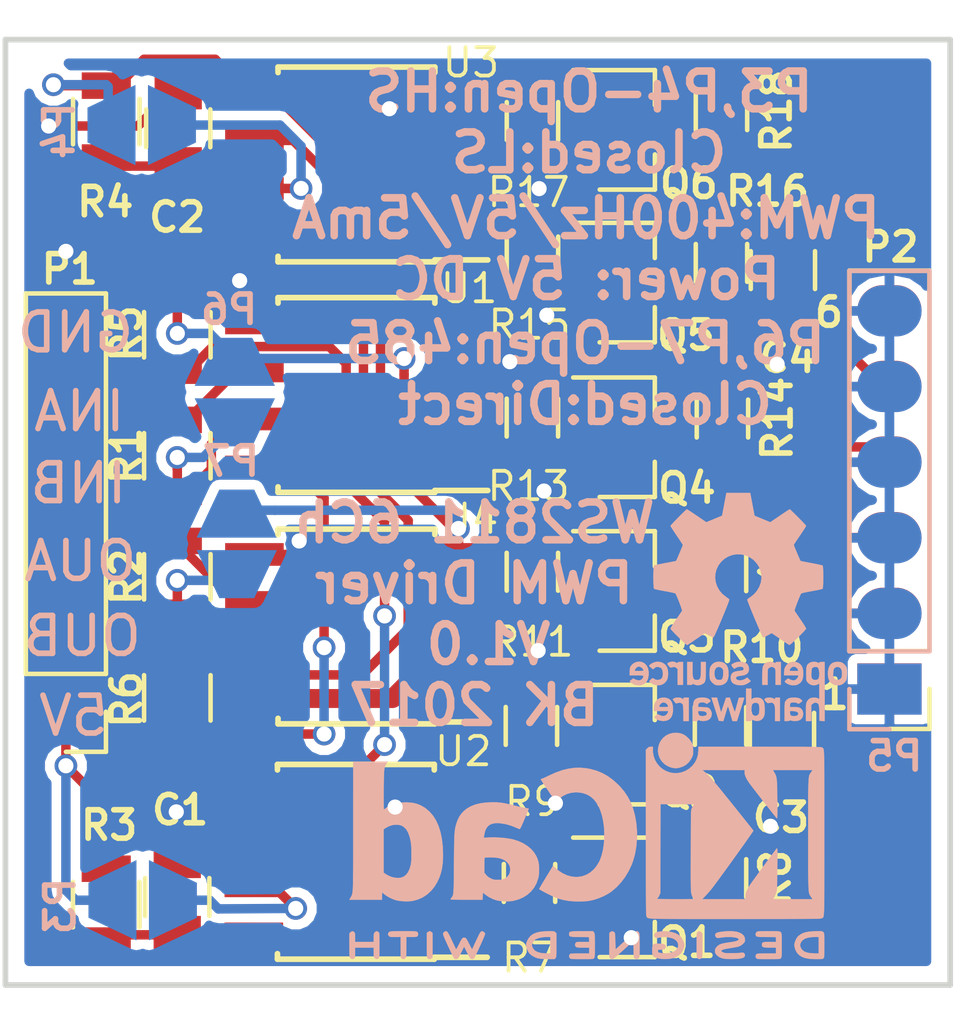
<source format=kicad_pcb>
(kicad_pcb (version 4) (host pcbnew 4.0.2-stable)
  (layers (0 F.Cu signal) (31 B.Cu signal) (34 B.Paste user) (35 F.Paste user) (36 B.SilkS user) (37 F.SilkS user) (38 B.Mask user) (39 F.Mask user) (44 Edge.Cuts user))
  (net 0 "")
  (net 1 "Net-(C1-Pad1)")
  (net 2 GND)
  (net 3 "Net-(C2-Pad1)")
  (net 4 +5V)
  (net 5 /INB)
  (net 6 /INA)
  (net 7 /OUTB)
  (net 8 /OUTA)
  (net 9 /PWM1)
  (net 10 /PWM2)
  (net 11 /PWM3)
  (net 12 /PWM4)
  (net 13 /PWM5)
  (net 14 /PWM6)
  (net 15 "Net-(P3-Pad2)")
  (net 16 "Net-(P4-Pad2)")
  (net 17 /DI1)
  (net 18 /DI3)
  (net 19 "Net-(R5-Pad1)")
  (net 20 "Net-(R6-Pad1)")
  (net 21 /DI2)
  (net 22 /Out1)
  (net 23 /Out2)
  (net 24 /Out3)
  (net 25 /Out4)
  (net 26 /Out5)
  (net 27 /Out6)
  (module WS2811_PWM_PCB:SOT-23 (layer F.Cu) (at 116.4242 114.5794)
    (fp_text reference Q3 (at 1.6096 1.2192) (layer F.SilkS) (effects (font (size 0.75 0.75))))
    (fp_text value MMBT4401)
    (pad 1 smd rect (at -1 -0.95) (size 0.9 0.8) (layers F.Cu F.Paste F.Mask) (net 24 /Out3))
    (pad 2 smd rect (at -1 0.95) (size 0.9 0.8) (layers F.Cu F.Paste F.Mask) (net 2 GND))
    (pad 3 smd rect (at 1 0) (size 0.9 0.8) (layers F.Cu F.Paste F.Mask) (net 11 /PWM3))
  )
  (module Capacitors_SMD:C_0805 (layer F.Cu) (at 104.5464 122.6726 90)
    (fp_text reference C1 (at 2.302 0.0762 180) (layer F.SilkS) (effects (font (size 0.75 0.75))))
    (fp_text value 10n)
    (pad 1 smd rect (at -1 0 90) (size 1 1.25) (layers F.Cu F.Paste F.Mask) (net 1 "Net-(C1-Pad1)"))
    (pad 2 smd rect (at 1 0 90) (size 1 1.25) (layers F.Cu F.Paste F.Mask) (net 2 GND))
  )
  (module Capacitors_SMD:C_0805 (layer F.Cu) (at 104.5718 102.346 90)
    (fp_text reference C2 (at -2.3528 -0.0254 180) (layer F.SilkS) (effects (font (size 0.75 0.75))))
    (fp_text value 10n)
    (pad 1 smd rect (at -1 0 90) (size 1 1.25) (layers F.Cu F.Paste F.Mask) (net 3 "Net-(C2-Pad1)"))
    (pad 2 smd rect (at 1 0 90) (size 1 1.25) (layers F.Cu F.Paste F.Mask) (net 2 GND))
  )
  (module "PCB FootPrints:Pin_Header_Straight_1x06_Pitch2.00mm" (layer F.Cu) (at 101.6 117.7732 180)
    (fp_text reference P1 (at -0.1016 11.7028 180) (layer F.SilkS) (effects (font (size 0.75 0.75))))
    (fp_text value Com)
    (pad 1 smd rect (at 0 0 180) (size 1.7 1.35) (layers F.Cu F.Paste F.Mask) (net 4 +5V))
    (pad 2 smd oval (at 0 2 180) (size 1.7 1.35) (layers F.Cu F.Paste F.Mask) (net 7 /OUTB))
    (pad 3 smd oval (at 0 4 180) (size 1.7 1.35) (layers F.Cu F.Paste F.Mask) (net 8 /OUTA))
    (pad 4 smd oval (at 0 6 180) (size 1.7 1.35) (layers F.Cu F.Paste F.Mask) (net 5 /INB))
    (pad 5 smd oval (at 0 8 180) (size 1.7 1.35) (layers F.Cu F.Paste F.Mask) (net 6 /INA))
    (pad 6 smd oval (at 0 10 180) (size 1.7 1.35) (layers F.Cu F.Paste F.Mask) (net 2 GND))
  )
  (module "PCB FootPrints:Pin_Header_Straight_1x06_Pitch2.00mm" (layer F.Cu) (at 123.3932 117.1692 180)
    (fp_text reference P2 (at -0.0254 11.683 180) (layer F.SilkS) (effects (font (size 0.75 0.75))))
    (fp_text value PWM)
    (pad 1 smd rect (at 0 0 180) (size 1.7 1.35) (layers F.Cu F.Paste F.Mask) (net 9 /PWM1))
    (pad 2 smd oval (at 0 2 180) (size 1.7 1.35) (layers F.Cu F.Paste F.Mask) (net 10 /PWM2))
    (pad 3 smd oval (at 0 4 180) (size 1.7 1.35) (layers F.Cu F.Paste F.Mask) (net 11 /PWM3))
    (pad 4 smd oval (at 0 6 180) (size 1.7 1.35) (layers F.Cu F.Paste F.Mask) (net 12 /PWM4))
    (pad 5 smd oval (at 0 8 180) (size 1.7 1.35) (layers F.Cu F.Paste F.Mask) (net 13 /PWM5))
    (pad 6 smd oval (at 0 10 180) (size 1.7 1.35) (layers F.Cu F.Paste F.Mask) (net 14 /PWM6))
  )
  (module "PCB FootPrints:Pin_Header_Straight_1x06_Pitch2.00mm" (layer B.Cu) (at 123.3932 117.1758)
    (fp_text reference P5 (at 0.127 1.7724) (layer B.SilkS) (effects (font (size 0.75 0.75)) (justify mirror)))
    (fp_text value GND)
    (pad 1 smd rect (at 0 0) (size 1.7 1.35) (layers B.Cu B.Paste B.Mask) (net 2 GND))
    (pad 2 smd oval (at 0 -2) (size 1.7 1.35) (layers B.Cu B.Paste B.Mask) (net 2 GND))
    (pad 3 smd oval (at 0 -4) (size 1.7 1.35) (layers B.Cu B.Paste B.Mask) (net 2 GND))
    (pad 4 smd oval (at 0 -6) (size 1.7 1.35) (layers B.Cu B.Paste B.Mask) (net 2 GND))
    (pad 5 smd oval (at 0 -8) (size 1.7 1.35) (layers B.Cu B.Paste B.Mask) (net 2 GND))
    (pad 6 smd oval (at 0 -10) (size 1.7 1.35) (layers B.Cu B.Paste B.Mask) (net 2 GND))
  )
  (module Resistors_SMD:R_0805 (layer F.Cu) (at 104.5484 111.0064 90)
    (fp_text reference R1 (at 0 -1.3482 90) (layer F.SilkS) (effects (font (size 0.75 0.75))))
    (fp_text value 120)
    (pad 1 smd rect (at -0.95 0 90) (size 0.7 1.3) (layers F.Cu F.Paste F.Mask) (net 5 /INB))
    (pad 2 smd rect (at 0.95 0 90) (size 0.7 1.3) (layers F.Cu F.Paste F.Mask) (net 6 /INA))
  )
  (module Resistors_SMD:R_0805 (layer F.Cu) (at 104.5484 114.2068 90)
    (fp_text reference R2 (at 0 -1.3482 90) (layer F.SilkS) (effects (font (size 0.75 0.75))))
    (fp_text value 120)
    (pad 1 smd rect (at -0.95 0 90) (size 0.7 1.3) (layers F.Cu F.Paste F.Mask) (net 7 /OUTB))
    (pad 2 smd rect (at 0.95 0 90) (size 0.7 1.3) (layers F.Cu F.Paste F.Mask) (net 8 /OUTA))
  )
  (module Resistors_SMD:R_0805 (layer F.Cu) (at 102.6668 122.875 270)
    (fp_text reference R3 (at -2.098 -0.0762 360) (layer F.SilkS) (effects (font (size 0.75 0.75))))
    (fp_text value 100)
    (pad 1 smd rect (at -0.95 0 270) (size 0.7 1.3) (layers F.Cu F.Paste F.Mask) (net 4 +5V))
    (pad 2 smd rect (at 0.95 0 270) (size 0.7 1.3) (layers F.Cu F.Paste F.Mask) (net 1 "Net-(C1-Pad1)"))
  )
  (module Resistors_SMD:R_0805 (layer F.Cu) (at 102.6688 102.169 270)
    (fp_text reference R4 (at 2.1234 0.0274 360) (layer F.SilkS) (effects (font (size 0.75 0.75))))
    (fp_text value 100)
    (pad 1 smd rect (at -0.95 0 270) (size 0.7 1.3) (layers F.Cu F.Paste F.Mask) (net 4 +5V))
    (pad 2 smd rect (at 0.95 0 270) (size 0.7 1.3) (layers F.Cu F.Paste F.Mask) (net 3 "Net-(C2-Pad1)"))
  )
  (module Resistors_SMD:R_0805 (layer F.Cu) (at 104.5484 107.806 90)
    (fp_text reference R5 (at 0.0338 -1.3482 90) (layer F.SilkS) (effects (font (size 0.75 0.75))))
    (fp_text value 33)
    (pad 1 smd rect (at -0.95 0 90) (size 0.7 1.3) (layers F.Cu F.Paste F.Mask) (net 19 "Net-(R5-Pad1)"))
    (pad 2 smd rect (at 0.95 0 90) (size 0.7 1.3) (layers F.Cu F.Paste F.Mask) (net 17 /DI1))
  )
  (module Resistors_SMD:R_0805 (layer F.Cu) (at 104.5484 117.4072 270)
    (fp_text reference R6 (at 0.0424 1.3482 270) (layer F.SilkS) (effects (font (size 0.75 0.75))))
    (fp_text value 33)
    (pad 1 smd rect (at -0.95 0 270) (size 0.7 1.3) (layers F.Cu F.Paste F.Mask) (net 20 "Net-(R6-Pad1)"))
    (pad 2 smd rect (at 0.95 0 270) (size 0.7 1.3) (layers F.Cu F.Paste F.Mask) (net 21 /DI2))
  )
  (module Housings_SOIC:SOIC-8_3.9x4.9mm_Pitch1.27mm (layer F.Cu) (at 109.2886 109.3978 180)
    (fp_text reference U1 (at -2.9794 2.8194 180) (layer F.SilkS) (effects (font (size 0.75 0.75) (thickness 0.1))))
    (fp_text value SP485)
    (pad 1 smd rect (at -2.7 -1.905 180) (size 1.55 0.6) (layers F.Cu F.Paste F.Mask) (net 17 /DI1))
    (pad 2 smd rect (at -2.7 -0.635 180) (size 1.55 0.6) (layers F.Cu F.Paste F.Mask) (net 2 GND))
    (pad 3 smd rect (at -2.7 0.635 180) (size 1.55 0.6) (layers F.Cu F.Paste F.Mask) (net 2 GND))
    (pad 4 smd rect (at -2.7 1.905 180) (size 1.55 0.6) (layers F.Cu F.Paste F.Mask))
    (pad 5 smd rect (at 2.7 1.905 180) (size 1.55 0.6) (layers F.Cu F.Paste F.Mask) (net 2 GND))
    (pad 6 smd rect (at 2.7 0.635 180) (size 1.55 0.6) (layers F.Cu F.Paste F.Mask) (net 6 /INA))
    (pad 7 smd rect (at 2.7 -0.635 180) (size 1.55 0.6) (layers F.Cu F.Paste F.Mask) (net 5 /INB))
    (pad 8 smd rect (at 2.7 -1.905 180) (size 1.55 0.6) (layers F.Cu F.Paste F.Mask) (net 4 +5V))
  )
  (module Housings_SOIC:SOIC-8_3.9x4.9mm_Pitch1.27mm (layer F.Cu) (at 109.2728 121.7422 180)
    (fp_text reference U2 (at -2.8428 2.921 180) (layer F.SilkS) (effects (font (size 0.75 0.75) (thickness 0.1))))
    (fp_text value WS2811)
    (pad 1 smd rect (at -2.7 -1.905 180) (size 1.55 0.6) (layers F.Cu F.Paste F.Mask) (net 22 /Out1))
    (pad 2 smd rect (at -2.7 -0.635 180) (size 1.55 0.6) (layers F.Cu F.Paste F.Mask) (net 23 /Out2))
    (pad 3 smd rect (at -2.7 0.635 180) (size 1.55 0.6) (layers F.Cu F.Paste F.Mask) (net 24 /Out3))
    (pad 4 smd rect (at -2.7 1.905 180) (size 1.55 0.6) (layers F.Cu F.Paste F.Mask) (net 2 GND))
    (pad 5 smd rect (at 2.7 1.905 180) (size 1.55 0.6) (layers F.Cu F.Paste F.Mask) (net 21 /DI2))
    (pad 6 smd rect (at 2.7 0.635 180) (size 1.55 0.6) (layers F.Cu F.Paste F.Mask) (net 19 "Net-(R5-Pad1)"))
    (pad 7 smd rect (at 2.7 -0.635 180) (size 1.55 0.6) (layers F.Cu F.Paste F.Mask) (net 15 "Net-(P3-Pad2)"))
    (pad 8 smd rect (at 2.7 -1.905 180) (size 1.55 0.6) (layers F.Cu F.Paste F.Mask) (net 1 "Net-(C1-Pad1)"))
  )
  (module Housings_SOIC:SOIC-8_3.9x4.9mm_Pitch1.27mm (layer F.Cu) (at 109.2886 103.3018 180)
    (fp_text reference U3 (at -3.0302 2.6924 180) (layer F.SilkS) (effects (font (size 0.75 0.75) (thickness 0.1))))
    (fp_text value WS2811)
    (pad 1 smd rect (at -2.7 -1.905 180) (size 1.55 0.6) (layers F.Cu F.Paste F.Mask) (net 25 /Out4))
    (pad 2 smd rect (at -2.7 -0.635 180) (size 1.55 0.6) (layers F.Cu F.Paste F.Mask) (net 26 /Out5))
    (pad 3 smd rect (at -2.7 0.635 180) (size 1.55 0.6) (layers F.Cu F.Paste F.Mask) (net 27 /Out6))
    (pad 4 smd rect (at -2.7 1.905 180) (size 1.55 0.6) (layers F.Cu F.Paste F.Mask) (net 2 GND))
    (pad 5 smd rect (at 2.7 1.905 180) (size 1.55 0.6) (layers F.Cu F.Paste F.Mask) (net 18 /DI3))
    (pad 6 smd rect (at 2.7 0.635 180) (size 1.55 0.6) (layers F.Cu F.Paste F.Mask) (net 20 "Net-(R6-Pad1)"))
    (pad 7 smd rect (at 2.7 -0.635 180) (size 1.55 0.6) (layers F.Cu F.Paste F.Mask) (net 16 "Net-(P4-Pad2)"))
    (pad 8 smd rect (at 2.7 -1.905 180) (size 1.55 0.6) (layers F.Cu F.Paste F.Mask) (net 3 "Net-(C2-Pad1)"))
  )
  (module Housings_SOIC:SOIC-8_3.9x4.9mm_Pitch1.27mm (layer F.Cu) (at 109.2886 115.5192 180)
    (fp_text reference U4 (at -3.0048 2.8448 180) (layer F.SilkS) (effects (font (size 0.75 0.75) (thickness 0.1))))
    (fp_text value SP485)
    (pad 1 smd rect (at -2.7 -1.905 180) (size 1.55 0.6) (layers F.Cu F.Paste F.Mask))
    (pad 2 smd rect (at -2.7 -0.635 180) (size 1.55 0.6) (layers F.Cu F.Paste F.Mask) (net 4 +5V))
    (pad 3 smd rect (at -2.7 0.635 180) (size 1.55 0.6) (layers F.Cu F.Paste F.Mask) (net 4 +5V))
    (pad 4 smd rect (at -2.7 1.905 180) (size 1.55 0.6) (layers F.Cu F.Paste F.Mask) (net 18 /DI3))
    (pad 5 smd rect (at 2.7 1.905 180) (size 1.55 0.6) (layers F.Cu F.Paste F.Mask) (net 2 GND))
    (pad 6 smd rect (at 2.7 0.635 180) (size 1.55 0.6) (layers F.Cu F.Paste F.Mask) (net 8 /OUTA))
    (pad 7 smd rect (at 2.7 -0.635 180) (size 1.55 0.6) (layers F.Cu F.Paste F.Mask) (net 7 /OUTB))
    (pad 8 smd rect (at 2.7 -1.905 180) (size 1.55 0.6) (layers F.Cu F.Paste F.Mask) (net 4 +5V))
  )
  (module WS2811_PWM_PCB:SOT-23 (layer F.Cu) (at 116.4242 122.682)
    (fp_text reference Q1 (at 1.6096 1.1938) (layer F.SilkS) (effects (font (size 0.75 0.75))))
    (fp_text value MMBT4401)
    (pad 1 smd rect (at -1 -0.95) (size 0.9 0.8) (layers F.Cu F.Paste F.Mask) (net 22 /Out1))
    (pad 2 smd rect (at -1 0.95) (size 0.9 0.8) (layers F.Cu F.Paste F.Mask) (net 2 GND))
    (pad 3 smd rect (at 1 0) (size 0.9 0.8) (layers F.Cu F.Paste F.Mask) (net 9 /PWM1))
  )
  (module WS2811_PWM_PCB:SOT-23 (layer F.Cu) (at 116.4242 118.6434)
    (fp_text reference Q2 (at 1.6604 1.2446) (layer F.SilkS) (effects (font (size 0.75 0.75))))
    (fp_text value MMBT4401)
    (pad 1 smd rect (at -1 -0.95) (size 0.9 0.8) (layers F.Cu F.Paste F.Mask) (net 23 /Out2))
    (pad 2 smd rect (at -1 0.95) (size 0.9 0.8) (layers F.Cu F.Paste F.Mask) (net 2 GND))
    (pad 3 smd rect (at 1 0) (size 0.9 0.8) (layers F.Cu F.Paste F.Mask) (net 10 /PWM2))
  )
  (module WS2811_PWM_PCB:SOT-23 (layer F.Cu) (at 116.4242 110.5154)
    (fp_text reference Q4 (at 1.6096 1.3462) (layer F.SilkS) (effects (font (size 0.75 0.75))))
    (fp_text value MMBT4401)
    (pad 1 smd rect (at -1 -0.95) (size 0.9 0.8) (layers F.Cu F.Paste F.Mask) (net 25 /Out4))
    (pad 2 smd rect (at -1 0.95) (size 0.9 0.8) (layers F.Cu F.Paste F.Mask) (net 2 GND))
    (pad 3 smd rect (at 1 0) (size 0.9 0.8) (layers F.Cu F.Paste F.Mask) (net 12 /PWM4))
  )
  (module WS2811_PWM_PCB:SOT-23 (layer F.Cu) (at 116.4242 106.426)
    (fp_text reference Q5 (at 1.5842 1.397) (layer F.SilkS) (effects (font (size 0.75 0.75))))
    (fp_text value MMBT4401)
    (pad 1 smd rect (at -1 -0.95) (size 0.9 0.8) (layers F.Cu F.Paste F.Mask) (net 26 /Out5))
    (pad 2 smd rect (at -1 0.95) (size 0.9 0.8) (layers F.Cu F.Paste F.Mask) (net 2 GND))
    (pad 3 smd rect (at 1 0) (size 0.9 0.8) (layers F.Cu F.Paste F.Mask) (net 13 /PWM5))
  )
  (module WS2811_PWM_PCB:SOT-23 (layer F.Cu) (at 116.4262 102.3874)
    (fp_text reference Q6 (at 1.6584 1.4224) (layer F.SilkS) (effects (font (size 0.75 0.75))))
    (fp_text value MMBT4401)
    (pad 1 smd rect (at -1 -0.95) (size 0.9 0.8) (layers F.Cu F.Paste F.Mask) (net 27 /Out6))
    (pad 2 smd rect (at -1 0.95) (size 0.9 0.8) (layers F.Cu F.Paste F.Mask) (net 2 GND))
    (pad 3 smd rect (at 1 0) (size 0.9 0.8) (layers F.Cu F.Paste F.Mask) (net 14 /PWM6))
  )
  (module Resistors_SMD:R_0603 (layer F.Cu) (at 113.8682 122.301 270)
    (fp_text reference R7 (at 1.9812 0 360) (layer F.SilkS) (effects (font (size 0.75 0.75) (thickness 0.1))))
    (fp_text value 4K7)
    (pad 1 smd rect (at -0.75 0 270) (size 0.5 0.9) (layers F.Cu F.Paste F.Mask) (net 4 +5V))
    (pad 2 smd rect (at 0.75 0 270) (size 0.5 0.9) (layers F.Cu F.Paste F.Mask) (net 22 /Out1))
  )
  (module Resistors_SMD:R_0603 (layer F.Cu) (at 118.9228 122.174 270)
    (fp_text reference R8 (at 0 -1.45 270) (layer F.SilkS) (effects (font (size 0.75 0.75))))
    (fp_text value 510)
    (pad 1 smd rect (at -0.75 0 270) (size 0.5 0.9) (layers F.Cu F.Paste F.Mask) (net 4 +5V))
    (pad 2 smd rect (at 0.75 0 270) (size 0.5 0.9) (layers F.Cu F.Paste F.Mask) (net 9 /PWM1))
  )
  (module Resistors_SMD:R_0603 (layer F.Cu) (at 113.919 118.1488 270)
    (fp_text reference R9 (at 1.9932 -0.0254 360) (layer F.SilkS) (effects (font (size 0.75 0.75) (thickness 0.1))))
    (fp_text value 4K7)
    (pad 1 smd rect (at -0.75 0 270) (size 0.5 0.9) (layers F.Cu F.Paste F.Mask) (net 4 +5V))
    (pad 2 smd rect (at 0.75 0 270) (size 0.5 0.9) (layers F.Cu F.Paste F.Mask) (net 23 /Out2))
  )
  (module Resistors_SMD:R_0603 (layer F.Cu) (at 118.9228 118.1488 270)
    (fp_text reference R10 (at -2.0708 -1.0922 360) (layer F.SilkS) (effects (font (size 0.75 0.75))))
    (fp_text value 510)
    (pad 1 smd rect (at -0.75 0 270) (size 0.5 0.9) (layers F.Cu F.Paste F.Mask) (net 4 +5V))
    (pad 2 smd rect (at 0.75 0 270) (size 0.5 0.9) (layers F.Cu F.Paste F.Mask) (net 10 /PWM2))
  )
  (module Resistors_SMD:R_0603 (layer F.Cu) (at 113.9444 114.0714 270)
    (fp_text reference R11 (at 1.8542 0 360) (layer F.SilkS) (effects (font (size 0.75 0.75) (thickness 0.1))))
    (fp_text value 4K7)
    (pad 1 smd rect (at -0.75 0 270) (size 0.5 0.9) (layers F.Cu F.Paste F.Mask) (net 4 +5V))
    (pad 2 smd rect (at 0.75 0 270) (size 0.5 0.9) (layers F.Cu F.Paste F.Mask) (net 24 /Out3))
  )
  (module Resistors_SMD:R_0603 (layer F.Cu) (at 118.9228 114.0834 270)
    (fp_text reference R12 (at 0 -1.45 270) (layer F.SilkS) (effects (font (size 0.75 0.75))))
    (fp_text value 510)
    (pad 1 smd rect (at -0.75 0 270) (size 0.5 0.9) (layers F.Cu F.Paste F.Mask) (net 4 +5V))
    (pad 2 smd rect (at 0.75 0 270) (size 0.5 0.9) (layers F.Cu F.Paste F.Mask) (net 11 /PWM3))
  )
  (module Resistors_SMD:R_0603 (layer F.Cu) (at 113.9444 109.9954 270)
    (fp_text reference R13 (at 1.8154 0.1016 360) (layer F.SilkS) (effects (font (size 0.75 0.75) (thickness 0.1))))
    (fp_text value 4K7)
    (pad 1 smd rect (at -0.75 0 270) (size 0.5 0.9) (layers F.Cu F.Paste F.Mask) (net 4 +5V))
    (pad 2 smd rect (at 0.75 0 270) (size 0.5 0.9) (layers F.Cu F.Paste F.Mask) (net 25 /Out4))
  )
  (module Resistors_SMD:R_0603 (layer F.Cu) (at 118.9736 110.0208 270)
    (fp_text reference R14 (at 0 -1.45 270) (layer F.SilkS) (effects (font (size 0.75 0.75))))
    (fp_text value 510)
    (pad 1 smd rect (at -0.75 0 270) (size 0.5 0.9) (layers F.Cu F.Paste F.Mask) (net 4 +5V))
    (pad 2 smd rect (at 0.75 0 270) (size 0.5 0.9) (layers F.Cu F.Paste F.Mask) (net 12 /PWM4))
  )
  (module Resistors_SMD:R_0603 (layer F.Cu) (at 113.9464 105.7098 270)
    (fp_text reference R15 (at 1.8338 0.0782 360) (layer F.SilkS) (effects (font (size 0.75 0.75) (thickness 0.1))))
    (fp_text value 4K7)
    (pad 1 smd rect (at -0.75 0 270) (size 0.5 0.9) (layers F.Cu F.Paste F.Mask) (net 4 +5V))
    (pad 2 smd rect (at 0.75 0 270) (size 0.5 0.9) (layers F.Cu F.Paste F.Mask) (net 26 /Out5))
  )
  (module Resistors_SMD:R_0603 (layer F.Cu) (at 118.9482 105.906 270)
    (fp_text reference R16 (at -1.893 -1.2192 360) (layer F.SilkS) (effects (font (size 0.75 0.75))))
    (fp_text value 510)
    (pad 1 smd rect (at -0.75 0 270) (size 0.5 0.9) (layers F.Cu F.Paste F.Mask) (net 4 +5V))
    (pad 2 smd rect (at 0.75 0 270) (size 0.5 0.9) (layers F.Cu F.Paste F.Mask) (net 13 /PWM5))
  )
  (module Resistors_SMD:R_0603 (layer F.Cu) (at 113.9464 102.1538 270)
    (fp_text reference R17 (at 1.8846 0.1036 360) (layer F.SilkS) (effects (font (size 0.75 0.75) (thickness 0.1))))
    (fp_text value 4K7)
    (pad 1 smd rect (at -0.75 0 270) (size 0.5 0.9) (layers F.Cu F.Paste F.Mask) (net 4 +5V))
    (pad 2 smd rect (at 0.75 0 270) (size 0.5 0.9) (layers F.Cu F.Paste F.Mask) (net 27 /Out6))
  )
  (module Resistors_SMD:R_0603 (layer F.Cu) (at 118.9482 101.8928 270)
    (fp_text reference R18 (at 0 -1.45 270) (layer F.SilkS) (effects (font (size 0.75 0.75))))
    (fp_text value 510)
    (pad 1 smd rect (at -0.75 0 270) (size 0.5 0.9) (layers F.Cu F.Paste F.Mask) (net 4 +5V))
    (pad 2 smd rect (at 0.75 0 270) (size 0.5 0.9) (layers F.Cu F.Paste F.Mask) (net 14 /PWM6))
  )
  (module Capacitors_SMD:C_0805 (layer F.Cu) (at 120.5484 118.3038 270)
    (fp_text reference C3 (at 2.27 0.0254 360) (layer F.SilkS) (effects (font (size 0.75 0.75))))
    (fp_text value 10u/10V)
    (pad 1 smd rect (at -1 0 270) (size 1 1.25) (layers F.Cu F.Paste F.Mask) (net 4 +5V))
    (pad 2 smd rect (at 1 0 270) (size 1 1.25) (layers F.Cu F.Paste F.Mask) (net 2 GND))
  )
  (module Capacitors_SMD:C_0805 (layer F.Cu) (at 120.5738 106.0958 270)
    (fp_text reference C4 (at 2.3114 -0.127 360) (layer F.SilkS) (effects (font (size 0.75 0.75))))
    (fp_text value 10u/10V)
    (pad 1 smd rect (at -1 0 270) (size 1 1.25) (layers F.Cu F.Paste F.Mask) (net 4 +5V))
    (pad 2 smd rect (at 1 0 270) (size 1 1.25) (layers F.Cu F.Paste F.Mask) (net 2 GND))
  )
  (module Symbols:KiCad-Logo2_6mm_SilkScreen (layer B.Cu) (at 115.3922 121.3104 180)
    (fp_text reference REF*** hide)
    (fp_text value KiCad-Logo2_6mm_SilkScreen hide)
  )
  (module Symbols:OSHW-Logo_5.7x6mm_SilkScreen (layer B.Cu) (at 119.4 115 180)
    (fp_text reference REF*** hide)
    (fp_text value OSHW-Logo_5.7x6mm_SilkScreen hide)
  )
  (module BK_Common:2_pin_solder_jumper_smd (layer B.Cu) (at 103.632 122.7582)
    (fp_text reference P3 (at -2.1844 0.1524 90) (layer B.SilkS) (effects (font (size 0.75 0.75)) (justify mirror)))
    (fp_text value HS/LS)
    (pad 2 smd trapezoid (at 0.8 0) (size 1.27 1.524) (rect_delta 0.6 0) (layers B.Cu B.Paste B.Mask) (net 15 "Net-(P3-Pad2)"))
    (pad 1 smd trapezoid (at -0.8 0) (size 1.27 1.524) (rect_delta -0.6 0) (layers B.Cu B.Paste B.Mask) (net 4 +5V))
  )
  (module BK_Common:2_pin_solder_jumper_smd (layer B.Cu) (at 103.6066 102.2604)
    (fp_text reference P4 (at -2.1844 0.1524 90) (layer B.SilkS) (effects (font (size 0.75 0.75)) (justify mirror)))
    (fp_text value HS/LS)
    (pad 2 smd trapezoid (at 0.8 0) (size 1.27 1.524) (rect_delta 0.6 0) (layers B.Cu B.Paste B.Mask) (net 16 "Net-(P4-Pad2)"))
    (pad 1 smd trapezoid (at -0.8 0) (size 1.27 1.524) (rect_delta -0.6 0) (layers B.Cu B.Paste B.Mask) (net 4 +5V))
  )
  (module BK_Common:2_pin_solder_jumper_smd (layer B.Cu) (at 106.0704 109.3216 270)
    (fp_text reference P6 (at -2.1844 0.1524 360) (layer B.SilkS) (effects (font (size 0.75 0.75)) (justify mirror)))
    (fp_text value DIFIN)
    (pad 2 smd trapezoid (at 0.8 0 270) (size 1.27 1.524) (rect_delta 0.6 0) (layers B.Cu B.Paste B.Mask) (net 5 /INB))
    (pad 1 smd trapezoid (at -0.8 0 270) (size 1.27 1.524) (rect_delta -0.6 0) (layers B.Cu B.Paste B.Mask) (net 17 /DI1))
  )
  (module BK_Common:2_pin_solder_jumper_smd (layer B.Cu) (at 106.1212 113.3348 270)
    (fp_text reference P7 (at -2.1844 0.1524 360) (layer B.SilkS) (effects (font (size 0.75 0.75)) (justify mirror)))
    (fp_text value DIFOUT)
    (pad 2 smd trapezoid (at 0.8 0 270) (size 1.27 1.524) (rect_delta 0.6 0) (layers B.Cu B.Paste B.Mask) (net 7 /OUTB))
    (pad 1 smd trapezoid (at -0.8 0 270) (size 1.27 1.524) (rect_delta -0.6 0) (layers B.Cu B.Paste B.Mask) (net 18 /DI3))
  )
  (gr_text 6 (at 121.793 107.2134) (layer F.SilkS) (effects (font (size 0.75 0.75))))
  (gr_text 1 (at 121.9454 117.3226) (layer F.SilkS) (effects (font (size 0.75 0.75))))
  (gr_text 5V (at 101.8032 117.8814) (layer B.SilkS) (effects (font (size 1 1)) (justify mirror)))
  (gr_text OUB (at 102.0318 115.7732) (layer B.SilkS) (effects (font (size 1 1)) (justify mirror)))
  (gr_text OUA (at 101.981 113.792) (layer B.SilkS) (effects (font (size 1 1)) (justify mirror)))
  (gr_text INB (at 101.9302 111.7346) (layer B.SilkS) (effects (font (size 1 1)) (justify mirror)))
  (gr_text INA (at 101.9556 109.8296) (layer B.SilkS) (effects (font (size 1 1)) (justify mirror)))
  (gr_text GND (at 101.854 107.7468) (layer B.SilkS) (effects (font (size 1 1)) (justify mirror)))
  (gr_text "PWM:400Hz/5V/5mA\nPower: 5V DC" (at 115.3668 105.537) (layer B.SilkS) (effects (font (size 1 1) (thickness 0.2)) (justify mirror)))
  (gr_text "WS2811 6Ch\nPWM Driver\nV1.0 \nBK 2017" (at 112.4 115.189) (layer B.SilkS) (effects (font (size 1 1) (thickness 0.2)) (justify mirror)))
  (gr_text "P3,P4-Open:HS\nClosed:LS" (at 115.443 102.1842) (layer B.SilkS) (effects (font (size 1 1) (thickness 0.2)) (justify mirror)))
  (gr_text "P6,P7-Open:485\nClosed:Direct" (at 115.3414 108.839) (layer B.SilkS) (effects (font (size 1 1) (thickness 0.2)) (justify mirror)))
  (gr_line (start 100 125) (end 100 100) (layer Edge.Cuts) (width 0.15))
  (gr_line (start 125 125) (end 100 125) (layer Edge.Cuts) (width 0.15))
  (gr_line (start 125 100) (end 125 125) (layer Edge.Cuts) (width 0.15))
  (gr_line (start 100 100) (end 125 100) (layer Edge.Cuts) (width 0.15))
  (segment (start 104.5464 123.6726) (end 102.8192 123.6726) (width 0.25) (layer F.Cu) (net 1))
  (segment (start 102.8192 123.6726) (end 102.6668 123.825) (width 0.25) (layer F.Cu) (net 1))
  (segment (start 106.5728 123.6472) (end 104.5718 123.6472) (width 0.25) (layer F.Cu) (net 1))
  (segment (start 104.5718 123.6472) (end 104.5464 123.6726) (width 0.25) (layer F.Cu) (net 1))
  (segment (start 120.4214 107.9982) (end 120.4214 108.585) (width 0.25) (layer F.Cu) (net 2))
  (via (at 120.4214 108.585) (size 0.6) (drill 0.4) (layers F.Cu B.Cu) (net 2))
  (segment (start 120.5738 107.0958) (end 120.5738 107.8458) (width 0.25) (layer F.Cu) (net 2))
  (segment (start 120.5738 107.8458) (end 120.4214 107.9982) (width 0.25) (layer F.Cu) (net 2))
  (via (at 120.2436 120.8024) (size 0.6) (drill 0.4) (layers F.Cu B.Cu) (net 2))
  (segment (start 120.2436 120.3586) (end 120.2436 120.8024) (width 0.25) (layer F.Cu) (net 2))
  (segment (start 120.5484 119.3038) (end 120.5484 120.0538) (width 0.25) (layer F.Cu) (net 2))
  (segment (start 120.5484 120.0538) (end 120.2436 120.3586) (width 0.25) (layer F.Cu) (net 2))
  (segment (start 104.521 120.8972) (end 104.521 120.4214) (width 0.25) (layer F.Cu) (net 2))
  (via (at 104.521 120.4214) (size 0.6) (drill 0.4) (layers F.Cu B.Cu) (net 2))
  (segment (start 104.5464 121.6726) (end 104.5464 120.9226) (width 0.25) (layer F.Cu) (net 2))
  (segment (start 104.5464 120.9226) (end 104.521 120.8972) (width 0.25) (layer F.Cu) (net 2))
  (segment (start 107.7722 113.4556) (end 107.7722 113.2586) (width 0.25) (layer F.Cu) (net 2))
  (via (at 107.7722 113.2586) (size 0.6) (drill 0.4) (layers F.Cu B.Cu) (net 2))
  (segment (start 106.5886 113.6142) (end 107.6136 113.6142) (width 0.25) (layer F.Cu) (net 2))
  (segment (start 107.6136 113.6142) (end 107.7722 113.4556) (width 0.25) (layer F.Cu) (net 2))
  (segment (start 110.4906 120.2944) (end 110.3122 120.2944) (width 0.25) (layer F.Cu) (net 2))
  (via (at 110.3122 120.2944) (size 0.6) (drill 0.4) (layers F.Cu B.Cu) (net 2))
  (segment (start 111.9728 119.8372) (end 110.9478 119.8372) (width 0.25) (layer F.Cu) (net 2))
  (segment (start 110.9478 119.8372) (end 110.4906 120.2944) (width 0.25) (layer F.Cu) (net 2))
  (segment (start 116.241 123.7488) (end 116.5606 123.7488) (width 0.25) (layer F.Cu) (net 2))
  (via (at 116.5606 123.7488) (size 0.6) (drill 0.4) (layers F.Cu B.Cu) (net 2))
  (segment (start 115.4242 123.632) (end 116.1242 123.632) (width 0.25) (layer F.Cu) (net 2))
  (segment (start 116.1242 123.632) (end 116.241 123.7488) (width 0.25) (layer F.Cu) (net 2))
  (segment (start 114.4778 119.8398) (end 114.4778 120.1166) (width 0.25) (layer F.Cu) (net 2))
  (segment (start 114.4778 120.1166) (end 114.554 120.1928) (width 0.25) (layer F.Cu) (net 2))
  (via (at 114.554 120.1928) (size 0.6) (drill 0.4) (layers F.Cu B.Cu) (net 2))
  (segment (start 115.4242 119.5934) (end 114.7242 119.5934) (width 0.25) (layer F.Cu) (net 2))
  (segment (start 114.7242 119.5934) (end 114.4778 119.8398) (width 0.25) (layer F.Cu) (net 2))
  (via (at 114.0968 116.1568) (size 0.6) (drill 0.4) (layers F.Cu B.Cu) (net 2))
  (segment (start 115.4242 115.5294) (end 114.7242 115.5294) (width 0.25) (layer F.Cu) (net 2))
  (segment (start 114.7242 115.5294) (end 114.0968 116.1568) (width 0.25) (layer F.Cu) (net 2))
  (via (at 114.2518 111.9378) (size 0.6) (drill 0.4) (layers F.Cu B.Cu) (net 2))
  (segment (start 115.4242 111.4654) (end 114.7242 111.4654) (width 0.25) (layer F.Cu) (net 2))
  (segment (start 114.7242 111.4654) (end 114.2518 111.9378) (width 0.25) (layer F.Cu) (net 2))
  (segment (start 113.2168 108.5596) (end 113.30519 108.5596) (width 0.25) (layer F.Cu) (net 2))
  (segment (start 113.30519 108.5596) (end 113.347249 108.517541) (width 0.25) (layer F.Cu) (net 2))
  (via (at 113.347249 108.517541) (size 0.6) (drill 0.4) (layers F.Cu B.Cu) (net 2))
  (segment (start 111.9886 108.7628) (end 113.0136 108.7628) (width 0.25) (layer F.Cu) (net 2))
  (segment (start 113.0136 108.7628) (end 113.2168 108.5596) (width 0.25) (layer F.Cu) (net 2))
  (segment (start 114.6378 107.2896) (end 114.3254 107.2896) (width 0.25) (layer F.Cu) (net 2))
  (via (at 114.3254 107.2896) (size 0.6) (drill 0.4) (layers F.Cu B.Cu) (net 2))
  (segment (start 115.4242 107.376) (end 114.7242 107.376) (width 0.25) (layer F.Cu) (net 2))
  (segment (start 114.7242 107.376) (end 114.6378 107.2896) (width 0.25) (layer F.Cu) (net 2))
  (via (at 114.1222 103.9414) (size 0.6) (drill 0.4) (layers F.Cu B.Cu) (net 2))
  (segment (start 115.4262 103.3374) (end 114.7262 103.3374) (width 0.25) (layer F.Cu) (net 2))
  (segment (start 114.7262 103.3374) (end 114.1222 103.9414) (width 0.25) (layer F.Cu) (net 2))
  (segment (start 110.5318 101.8286) (end 110.1598 101.8286) (width 0.25) (layer F.Cu) (net 2))
  (via (at 110.1598 101.8286) (size 0.6) (drill 0.4) (layers F.Cu B.Cu) (net 2))
  (segment (start 111.9886 101.3968) (end 110.9636 101.3968) (width 0.25) (layer F.Cu) (net 2))
  (segment (start 110.9636 101.3968) (end 110.5318 101.8286) (width 0.25) (layer F.Cu) (net 2))
  (via (at 101.1428 102.2858) (size 0.6) (drill 0.4) (layers F.Cu B.Cu) (net 2))
  (segment (start 103.507 102.2858) (end 101.1428 102.2858) (width 0.25) (layer F.Cu) (net 2))
  (segment (start 104.5718 101.346) (end 104.4468 101.346) (width 0.25) (layer F.Cu) (net 2))
  (segment (start 104.4468 101.346) (end 103.507 102.2858) (width 0.25) (layer F.Cu) (net 2))
  (via (at 106.1974 106.3752) (size 0.6) (drill 0.4) (layers F.Cu B.Cu) (net 2))
  (segment (start 106.1974 106.5516) (end 106.1974 106.3752) (width 0.25) (layer F.Cu) (net 2))
  (segment (start 106.5886 107.4928) (end 106.5886 106.9428) (width 0.25) (layer F.Cu) (net 2))
  (segment (start 106.5886 106.9428) (end 106.1974 106.5516) (width 0.25) (layer F.Cu) (net 2))
  (via (at 101.6 105.6) (size 0.6) (drill 0.4) (layers F.Cu B.Cu) (net 2))
  (segment (start 101.6 107.7732) (end 101.6 105.6) (width 0.25) (layer F.Cu) (net 2))
  (segment (start 111.9886 108.7628) (end 111.9886 110.0328) (width 0.25) (layer F.Cu) (net 2))
  (segment (start 104.5718 103.346) (end 102.8958 103.346) (width 0.25) (layer F.Cu) (net 3))
  (segment (start 102.8958 103.346) (end 102.6688 103.119) (width 0.25) (layer F.Cu) (net 3))
  (segment (start 106.5886 105.2068) (end 105.5636 105.2068) (width 0.25) (layer F.Cu) (net 3))
  (segment (start 105.5636 105.2068) (end 104.5718 104.215) (width 0.25) (layer F.Cu) (net 3))
  (segment (start 104.5718 104.215) (end 104.5718 104.096) (width 0.25) (layer F.Cu) (net 3))
  (segment (start 104.5718 104.096) (end 104.5718 103.346) (width 0.25) (layer F.Cu) (net 3))
  (segment (start 102.6688 101.219) (end 101.2952 101.219) (width 0.25) (layer F.Cu) (net 4))
  (segment (start 101.2952 101.219) (end 101.2698 101.1936) (width 0.25) (layer F.Cu) (net 4))
  (via (at 101.2698 101.1936) (size 0.6) (drill 0.4) (layers F.Cu B.Cu) (net 4))
  (segment (start 102.6628 101.1936) (end 101.2698 101.1936) (width 0.25) (layer B.Cu) (net 4))
  (segment (start 102.7176 102.2604) (end 102.7176 101.2484) (width 0.25) (layer B.Cu) (net 4))
  (segment (start 102.7176 101.2484) (end 102.6628 101.1936) (width 0.25) (layer B.Cu) (net 4))
  (via (at 101.6 119.2022) (size 0.6) (drill 0.4) (layers F.Cu B.Cu) (net 4))
  (segment (start 101.6 122.5002) (end 101.6 119.2022) (width 0.25) (layer B.Cu) (net 4))
  (segment (start 102.743 122.7582) (end 101.858 122.7582) (width 0.25) (layer B.Cu) (net 4))
  (segment (start 101.858 122.7582) (end 101.6 122.5002) (width 0.25) (layer B.Cu) (net 4))
  (segment (start 116.4336 105.791) (end 116.4336 105.0036) (width 0.5) (layer F.Cu) (net 4))
  (segment (start 116.4336 105.0036) (end 116.4336 101.4984) (width 0.5) (layer F.Cu) (net 4))
  (segment (start 114.7884 104.3178) (end 115.7478 104.3178) (width 0.25) (layer F.Cu) (net 4))
  (segment (start 115.7478 104.3178) (end 116.4336 105.0036) (width 0.25) (layer F.Cu) (net 4))
  (segment (start 113.9464 101.4038) (end 114.1406 101.4038) (width 0.25) (layer F.Cu) (net 4))
  (segment (start 114.1406 101.4038) (end 114.832001 100.712399) (width 0.25) (layer F.Cu) (net 4))
  (segment (start 114.832001 100.712399) (end 116.384199 100.712399) (width 0.25) (layer F.Cu) (net 4))
  (segment (start 116.384199 100.712399) (end 116.4336 100.7618) (width 0.25) (layer F.Cu) (net 4))
  (segment (start 116.4336 101.4984) (end 116.4336 100.7618) (width 0.5) (layer F.Cu) (net 4))
  (segment (start 118.9482 101.1428) (end 116.7892 101.1428) (width 0.25) (layer F.Cu) (net 4))
  (segment (start 116.7892 101.1428) (end 116.4336 101.4984) (width 0.25) (layer F.Cu) (net 4))
  (segment (start 116.4336 108.458) (end 116.4336 105.791) (width 0.5) (layer F.Cu) (net 4))
  (segment (start 118.9482 105.156) (end 117.0686 105.156) (width 0.25) (layer F.Cu) (net 4))
  (segment (start 117.0686 105.156) (end 116.4336 105.791) (width 0.25) (layer F.Cu) (net 4))
  (segment (start 116.4336 112.268) (end 116.4336 108.458) (width 0.5) (layer F.Cu) (net 4))
  (segment (start 118.9736 109.2708) (end 117.2464 109.2708) (width 0.25) (layer F.Cu) (net 4))
  (segment (start 117.2464 109.2708) (end 116.4336 108.458) (width 0.25) (layer F.Cu) (net 4))
  (segment (start 116.4082 112.5982) (end 116.4082 114.0206) (width 0.5) (layer F.Cu) (net 4))
  (segment (start 116.4082 114.0206) (end 116.4082 115.8494) (width 0.5) (layer F.Cu) (net 4))
  (segment (start 118.9228 113.3334) (end 117.0954 113.3334) (width 0.25) (layer F.Cu) (net 4))
  (segment (start 117.0954 113.3334) (end 116.4082 114.0206) (width 0.25) (layer F.Cu) (net 4))
  (segment (start 116.4082 115.8494) (end 116.4082 116.2558) (width 0.5) (layer F.Cu) (net 4))
  (segment (start 114.8302 116.6876) (end 115.9764 116.6876) (width 0.25) (layer F.Cu) (net 4))
  (segment (start 115.9764 116.6876) (end 116.4082 116.2558) (width 0.25) (layer F.Cu) (net 4))
  (segment (start 116.4082 116.2558) (end 116.4082 120.2182) (width 0.5) (layer F.Cu) (net 4))
  (segment (start 113.919 117.3988) (end 114.119 117.3988) (width 0.25) (layer F.Cu) (net 4))
  (segment (start 114.119 117.3988) (end 114.8302 116.6876) (width 0.25) (layer F.Cu) (net 4))
  (segment (start 118.9228 117.3988) (end 117.9576 117.3988) (width 0.25) (layer F.Cu) (net 4))
  (segment (start 117.9576 117.3988) (end 116.4082 115.8494) (width 0.25) (layer F.Cu) (net 4))
  (segment (start 116.4082 120.2182) (end 116.4082 121.412) (width 0.5) (layer F.Cu) (net 4))
  (segment (start 114.6898 120.9294) (end 115.697 120.9294) (width 0.25) (layer F.Cu) (net 4))
  (segment (start 115.697 120.9294) (end 116.4082 120.2182) (width 0.25) (layer F.Cu) (net 4))
  (segment (start 118.9228 121.424) (end 116.4202 121.424) (width 0.25) (layer F.Cu) (net 4))
  (segment (start 116.4202 121.424) (end 116.4082 121.412) (width 0.25) (layer F.Cu) (net 4))
  (segment (start 116.2812 112.4712) (end 116.4082 112.5982) (width 0.5) (layer F.Cu) (net 4))
  (segment (start 116.2304 112.4712) (end 116.2812 112.4712) (width 0.5) (layer F.Cu) (net 4))
  (segment (start 116.2304 112.4712) (end 116.4336 112.268) (width 0.5) (layer F.Cu) (net 4))
  (segment (start 113.9444 113.3214) (end 114.1444 113.3214) (width 0.5) (layer F.Cu) (net 4))
  (segment (start 114.1444 113.3214) (end 114.9946 112.4712) (width 0.5) (layer F.Cu) (net 4))
  (segment (start 114.9946 112.4712) (end 116.2304 112.4712) (width 0.5) (layer F.Cu) (net 4))
  (segment (start 113.9464 101.4038) (end 113.7464 101.4038) (width 0.25) (layer F.Cu) (net 4))
  (segment (start 113.7464 101.4038) (end 113.114399 100.771799) (width 0.25) (layer F.Cu) (net 4))
  (segment (start 113.114399 100.771799) (end 105.800999 100.771799) (width 0.25) (layer F.Cu) (net 4))
  (segment (start 105.800999 100.771799) (end 105.550199 100.520999) (width 0.25) (layer F.Cu) (net 4))
  (segment (start 105.550199 100.520999) (end 103.666801 100.520999) (width 0.25) (layer F.Cu) (net 4))
  (segment (start 103.666801 100.520999) (end 102.9688 101.219) (width 0.25) (layer F.Cu) (net 4))
  (segment (start 102.9688 101.219) (end 102.6688 101.219) (width 0.25) (layer F.Cu) (net 4))
  (segment (start 113.8682 121.551) (end 114.0682 121.551) (width 0.25) (layer F.Cu) (net 4))
  (segment (start 114.0682 121.551) (end 114.6898 120.9294) (width 0.25) (layer F.Cu) (net 4))
  (segment (start 118.9228 117.3988) (end 120.4534 117.3988) (width 0.25) (layer F.Cu) (net 4))
  (segment (start 120.4534 117.3988) (end 120.5484 117.3038) (width 0.25) (layer F.Cu) (net 4))
  (segment (start 113.9464 104.9598) (end 114.1464 104.9598) (width 0.25) (layer F.Cu) (net 4))
  (segment (start 114.1464 104.9598) (end 114.7884 104.3178) (width 0.25) (layer F.Cu) (net 4))
  (segment (start 111.9886 114.8842) (end 112.4636 114.8842) (width 0.5) (layer F.Cu) (net 4))
  (segment (start 112.4636 114.8842) (end 113.9444 113.4034) (width 0.5) (layer F.Cu) (net 4))
  (segment (start 113.9444 113.4034) (end 113.9444 113.3214) (width 0.5) (layer F.Cu) (net 4))
  (segment (start 111.9886 116.1542) (end 111.9886 114.8842) (width 0.5) (layer F.Cu) (net 4))
  (segment (start 106.5886 117.4242) (end 110.2436 117.4242) (width 0.5) (layer F.Cu) (net 4))
  (segment (start 110.2436 117.4242) (end 111.5136 116.1542) (width 0.5) (layer F.Cu) (net 4))
  (segment (start 111.5136 116.1542) (end 111.9886 116.1542) (width 0.5) (layer F.Cu) (net 4))
  (segment (start 101.6 117.7732) (end 102.95 117.7732) (width 0.5) (layer F.Cu) (net 4))
  (segment (start 102.95 117.7732) (end 103.299 117.4242) (width 0.5) (layer F.Cu) (net 4))
  (segment (start 103.299 117.4242) (end 105.3136 117.4242) (width 0.5) (layer F.Cu) (net 4))
  (segment (start 105.3136 117.4242) (end 106.5886 117.4242) (width 0.5) (layer F.Cu) (net 4))
  (segment (start 118.9482 105.156) (end 120.5136 105.156) (width 0.25) (layer F.Cu) (net 4))
  (segment (start 120.5136 105.156) (end 120.5738 105.0958) (width 0.25) (layer F.Cu) (net 4))
  (segment (start 108.4326 116.078) (end 108.4326 118.364) (width 0.25) (layer B.Cu) (net 4))
  (via (at 108.4326 118.364) (size 0.6) (drill 0.4) (layers F.Cu B.Cu) (net 4))
  (segment (start 106.9784 118.364) (end 108.4326 118.364) (width 0.25) (layer F.Cu) (net 4))
  (segment (start 106.5886 117.4242) (end 106.5886 117.9742) (width 0.25) (layer F.Cu) (net 4))
  (segment (start 106.5886 117.9742) (end 106.9784 118.364) (width 0.25) (layer F.Cu) (net 4))
  (via (at 108.4326 116.078) (size 0.6) (drill 0.4) (layers F.Cu B.Cu) (net 4))
  (segment (start 108.4326 112.1218) (end 108.4326 116.078) (width 0.25) (layer F.Cu) (net 4))
  (segment (start 106.5886 111.3028) (end 107.6136 111.3028) (width 0.25) (layer F.Cu) (net 4))
  (segment (start 107.6136 111.3028) (end 108.4326 112.1218) (width 0.25) (layer F.Cu) (net 4))
  (segment (start 102.6668 120.269) (end 101.6 119.2022) (width 0.25) (layer F.Cu) (net 4))
  (segment (start 101.6 119.2022) (end 101.6 117.7732) (width 0.25) (layer F.Cu) (net 4))
  (segment (start 102.6668 121.925) (end 102.6668 120.269) (width 0.25) (layer F.Cu) (net 4))
  (segment (start 113.9444 109.2454) (end 113.7444 109.2454) (width 0.25) (layer F.Cu) (net 4))
  (segment (start 113.7444 109.2454) (end 113.169399 109.820401) (width 0.25) (layer F.Cu) (net 4))
  (segment (start 113.169399 109.820401) (end 113.169399 112.046399) (width 0.25) (layer F.Cu) (net 4))
  (segment (start 113.169399 112.046399) (end 113.9444 112.8214) (width 0.25) (layer F.Cu) (net 4))
  (segment (start 113.9444 112.8214) (end 113.9444 113.3214) (width 0.25) (layer F.Cu) (net 4))
  (segment (start 114.1464 101.4038) (end 113.9464 101.4038) (width 0.25) (layer F.Cu) (net 4))
  (segment (start 104.5464 111.0488) (end 105.2322 111.0488) (width 0.25) (layer B.Cu) (net 5))
  (segment (start 105.2322 111.0488) (end 106.0704 110.2106) (width 0.25) (layer B.Cu) (net 5))
  (segment (start 104.5464 111.3544) (end 104.5464 111.0488) (width 0.25) (layer F.Cu) (net 5))
  (via (at 104.5464 111.0488) (size 0.6) (drill 0.4) (layers F.Cu B.Cu) (net 5))
  (segment (start 104.5484 111.9564) (end 104.5484 111.3564) (width 0.25) (layer F.Cu) (net 5))
  (segment (start 104.5484 111.3564) (end 104.5464 111.3544) (width 0.25) (layer F.Cu) (net 5))
  (segment (start 104.5484 111.9564) (end 101.7832 111.9564) (width 0.25) (layer F.Cu) (net 5))
  (segment (start 101.7832 111.9564) (end 101.6 111.7732) (width 0.25) (layer F.Cu) (net 5))
  (segment (start 106.5886 110.0328) (end 106.1136 110.0328) (width 0.25) (layer F.Cu) (net 5))
  (segment (start 106.1136 110.0328) (end 105.4484 110.698) (width 0.25) (layer F.Cu) (net 5))
  (segment (start 105.4484 110.698) (end 105.4484 111.3564) (width 0.25) (layer F.Cu) (net 5))
  (segment (start 105.4484 111.3564) (end 104.8484 111.9564) (width 0.25) (layer F.Cu) (net 5))
  (segment (start 104.8484 111.9564) (end 104.5484 111.9564) (width 0.25) (layer F.Cu) (net 5))
  (segment (start 104.5484 110.0564) (end 101.8832 110.0564) (width 0.25) (layer F.Cu) (net 6))
  (segment (start 101.8832 110.0564) (end 101.6 109.7732) (width 0.25) (layer F.Cu) (net 6))
  (segment (start 106.5886 108.7628) (end 106.1136 108.7628) (width 0.25) (layer F.Cu) (net 6))
  (segment (start 106.1136 108.7628) (end 104.82 110.0564) (width 0.25) (layer F.Cu) (net 6))
  (segment (start 104.82 110.0564) (end 104.5484 110.0564) (width 0.25) (layer F.Cu) (net 6))
  (segment (start 104.5464 114.3) (end 106.045 114.3) (width 0.25) (layer B.Cu) (net 7))
  (segment (start 106.045 114.3) (end 106.1212 114.2238) (width 0.25) (layer B.Cu) (net 7))
  (segment (start 104.5464 114.5548) (end 104.5464 114.3) (width 0.25) (layer F.Cu) (net 7))
  (via (at 104.5464 114.3) (size 0.6) (drill 0.4) (layers F.Cu B.Cu) (net 7))
  (segment (start 104.5484 115.1568) (end 104.5484 114.5568) (width 0.25) (layer F.Cu) (net 7))
  (segment (start 104.5484 114.5568) (end 104.5464 114.5548) (width 0.25) (layer F.Cu) (net 7))
  (segment (start 104.5484 115.1568) (end 102.2164 115.1568) (width 0.25) (layer F.Cu) (net 7))
  (segment (start 102.2164 115.1568) (end 101.6 115.7732) (width 0.25) (layer F.Cu) (net 7))
  (segment (start 106.5886 116.1542) (end 105.8458 116.1542) (width 0.25) (layer F.Cu) (net 7))
  (segment (start 105.8458 116.1542) (end 104.8484 115.1568) (width 0.25) (layer F.Cu) (net 7))
  (segment (start 104.8484 115.1568) (end 104.5484 115.1568) (width 0.25) (layer F.Cu) (net 7))
  (segment (start 104.5484 113.2568) (end 102.1164 113.2568) (width 0.25) (layer F.Cu) (net 8))
  (segment (start 102.1164 113.2568) (end 101.6 113.7732) (width 0.25) (layer F.Cu) (net 8))
  (segment (start 106.5886 114.8842) (end 106.1136 114.8842) (width 0.25) (layer F.Cu) (net 8))
  (segment (start 106.1136 114.8842) (end 104.5484 113.319) (width 0.25) (layer F.Cu) (net 8))
  (segment (start 104.5484 113.319) (end 104.5484 113.2568) (width 0.25) (layer F.Cu) (net 8))
  (segment (start 118.9228 122.924) (end 121.297 122.924) (width 0.25) (layer F.Cu) (net 9))
  (segment (start 121.297 122.924) (end 123.3932 120.8278) (width 0.25) (layer F.Cu) (net 9))
  (segment (start 123.3932 120.8278) (end 123.3932 117.1692) (width 0.25) (layer F.Cu) (net 9))
  (segment (start 117.4242 122.682) (end 118.6808 122.682) (width 0.25) (layer F.Cu) (net 9))
  (segment (start 118.6808 122.682) (end 118.9228 122.924) (width 0.25) (layer F.Cu) (net 9))
  (segment (start 122.0978 115.1692) (end 123.3932 115.1692) (width 0.25) (layer F.Cu) (net 10))
  (segment (start 121.6406 118.0084) (end 121.6406 115.6264) (width 0.25) (layer F.Cu) (net 10))
  (segment (start 121.6406 115.6264) (end 122.0978 115.1692) (width 0.25) (layer F.Cu) (net 10))
  (segment (start 121.3612 118.2878) (end 121.6406 118.0084) (width 0.25) (layer F.Cu) (net 10))
  (segment (start 119.7338 118.2878) (end 121.3612 118.2878) (width 0.25) (layer F.Cu) (net 10))
  (segment (start 118.9228 118.8988) (end 119.1228 118.8988) (width 0.25) (layer F.Cu) (net 10))
  (segment (start 119.1228 118.8988) (end 119.7338 118.2878) (width 0.25) (layer F.Cu) (net 10))
  (segment (start 117.4242 118.6434) (end 118.6674 118.6434) (width 0.25) (layer F.Cu) (net 10))
  (segment (start 118.6674 118.6434) (end 118.9228 118.8988) (width 0.25) (layer F.Cu) (net 10))
  (segment (start 118.9228 114.8334) (end 119.1228 114.8334) (width 0.25) (layer F.Cu) (net 11))
  (segment (start 119.1228 114.8334) (end 120.787 113.1692) (width 0.25) (layer F.Cu) (net 11))
  (segment (start 120.787 113.1692) (end 123.3932 113.1692) (width 0.25) (layer F.Cu) (net 11))
  (segment (start 117.4242 114.5794) (end 118.6688 114.5794) (width 0.25) (layer F.Cu) (net 11))
  (segment (start 118.6688 114.5794) (end 118.9228 114.8334) (width 0.25) (layer F.Cu) (net 11))
  (segment (start 118.9736 110.7708) (end 122.9948 110.7708) (width 0.25) (layer F.Cu) (net 12))
  (segment (start 122.9948 110.7708) (end 123.3932 111.1692) (width 0.25) (layer F.Cu) (net 12))
  (segment (start 117.4242 110.5154) (end 118.7182 110.5154) (width 0.25) (layer F.Cu) (net 12))
  (segment (start 118.7182 110.5154) (end 118.9736 110.7708) (width 0.25) (layer F.Cu) (net 12))
  (segment (start 118.9482 106.656) (end 119.1482 106.656) (width 0.25) (layer F.Cu) (net 13))
  (segment (start 123.2182 109.1692) (end 123.3932 109.1692) (width 0.25) (layer F.Cu) (net 13))
  (segment (start 119.1482 106.656) (end 119.683 106.1212) (width 0.25) (layer F.Cu) (net 13))
  (segment (start 119.683 106.1212) (end 121.4882 106.1212) (width 0.25) (layer F.Cu) (net 13))
  (segment (start 121.4882 106.1212) (end 121.793 106.426) (width 0.25) (layer F.Cu) (net 13))
  (segment (start 121.793 106.426) (end 121.793 107.744) (width 0.25) (layer F.Cu) (net 13))
  (segment (start 121.793 107.744) (end 123.2182 109.1692) (width 0.25) (layer F.Cu) (net 13))
  (segment (start 117.4242 106.426) (end 118.7182 106.426) (width 0.25) (layer F.Cu) (net 13))
  (segment (start 118.7182 106.426) (end 118.9482 106.656) (width 0.25) (layer F.Cu) (net 13))
  (segment (start 118.9482 102.6428) (end 122.4294 102.6428) (width 0.25) (layer F.Cu) (net 14))
  (segment (start 122.4294 102.6428) (end 123.3932 103.6066) (width 0.25) (layer F.Cu) (net 14))
  (segment (start 123.3932 103.6066) (end 123.3932 106.2442) (width 0.25) (layer F.Cu) (net 14))
  (segment (start 123.3932 106.2442) (end 123.3932 107.1692) (width 0.25) (layer F.Cu) (net 14))
  (segment (start 117.4262 102.3874) (end 118.6928 102.3874) (width 0.25) (layer F.Cu) (net 14))
  (segment (start 118.6928 102.3874) (end 118.9482 102.6428) (width 0.25) (layer F.Cu) (net 14))
  (segment (start 106.5728 122.3772) (end 107.083841 122.3772) (width 0.25) (layer F.Cu) (net 15))
  (segment (start 107.083841 122.3772) (end 107.681392 122.974751) (width 0.25) (layer F.Cu) (net 15))
  (segment (start 105.6346 122.9868) (end 107.681392 122.974751) (width 0.25) (layer B.Cu) (net 15))
  (segment (start 107.6706 122.9868) (end 107.6706 122.985543) (width 0.25) (layer B.Cu) (net 15))
  (segment (start 107.6706 122.985543) (end 107.681392 122.974751) (width 0.25) (layer B.Cu) (net 15))
  (via (at 107.681392 122.974751) (size 0.6) (drill 0.4) (layers F.Cu B.Cu) (net 15))
  (segment (start 104.521 122.7582) (end 105.406 122.7582) (width 0.25) (layer B.Cu) (net 15))
  (segment (start 105.406 122.7582) (end 105.6346 122.9868) (width 0.25) (layer B.Cu) (net 15))
  (segment (start 107.823 102.8192) (end 107.2642 102.2604) (width 0.25) (layer B.Cu) (net 16))
  (segment (start 107.2642 102.2604) (end 104.4956 102.2604) (width 0.25) (layer B.Cu) (net 16))
  (segment (start 107.823 103.9368) (end 107.823 102.8192) (width 0.25) (layer B.Cu) (net 16))
  (via (at 107.823 103.9368) (size 0.6) (drill 0.4) (layers F.Cu B.Cu) (net 16))
  (segment (start 106.5886 103.9368) (end 107.823 103.9368) (width 0.25) (layer F.Cu) (net 16))
  (segment (start 110.549031 110.338231) (end 110.549031 108.856864) (width 0.25) (layer F.Cu) (net 17))
  (segment (start 111.5136 111.3028) (end 110.549031 110.338231) (width 0.25) (layer F.Cu) (net 17))
  (segment (start 111.9886 111.3028) (end 111.5136 111.3028) (width 0.25) (layer F.Cu) (net 17))
  (segment (start 106.0704 108.4326) (end 110.549031 108.4326) (width 0.25) (layer B.Cu) (net 17))
  (via (at 110.549031 108.4326) (size 0.6) (drill 0.4) (layers F.Cu B.Cu) (net 17))
  (segment (start 110.549031 108.856864) (end 110.549031 108.4326) (width 0.25) (layer F.Cu) (net 17))
  (segment (start 105.408 107.7702) (end 104.5484 107.7702) (width 0.25) (layer B.Cu) (net 17))
  (segment (start 105.408 107.7702) (end 106.0704 108.4326) (width 0.25) (layer B.Cu) (net 17))
  (via (at 104.5484 107.7702) (size 0.6) (drill 0.4) (layers F.Cu B.Cu) (net 17))
  (segment (start 104.5484 106.856) (end 104.5484 107.7702) (width 0.25) (layer F.Cu) (net 17))
  (segment (start 109.924011 108.022787) (end 109.924011 110.999611) (width 0.25) (layer F.Cu) (net 18))
  (segment (start 107.0636 101.3968) (end 109.9312 104.2644) (width 0.25) (layer F.Cu) (net 18))
  (segment (start 109.9312 108.015598) (end 109.924011 108.022787) (width 0.25) (layer F.Cu) (net 18))
  (segment (start 109.9312 104.2644) (end 109.9312 108.015598) (width 0.25) (layer F.Cu) (net 18))
  (segment (start 106.5886 101.3968) (end 107.0636 101.3968) (width 0.25) (layer F.Cu) (net 18))
  (segment (start 111.9886 113.0642) (end 111.9886 113.6142) (width 0.25) (layer F.Cu) (net 18))
  (segment (start 109.924011 110.999611) (end 111.9886 113.0642) (width 0.25) (layer F.Cu) (net 18))
  (segment (start 111.9886 112.9284) (end 111.9886 113.6142) (width 0.25) (layer F.Cu) (net 18))
  (segment (start 111.9886 112.7506) (end 111.9886 112.9284) (width 0.25) (layer B.Cu) (net 18))
  (via (at 111.9886 112.9284) (size 0.6) (drill 0.4) (layers F.Cu B.Cu) (net 18))
  (segment (start 111.6838 112.4458) (end 111.9886 112.7506) (width 0.25) (layer B.Cu) (net 18))
  (segment (start 107.1332 112.4458) (end 111.6838 112.4458) (width 0.25) (layer B.Cu) (net 18))
  (segment (start 106.1212 112.4458) (end 107.1332 112.4458) (width 0.25) (layer B.Cu) (net 18))
  (segment (start 110.0328 115.2398) (end 110.0328 115.664064) (width 0.25) (layer B.Cu) (net 19))
  (segment (start 110.0328 115.664064) (end 110.0328 118.6434) (width 0.25) (layer B.Cu) (net 19))
  (via (at 110.0328 118.6434) (size 0.6) (drill 0.4) (layers F.Cu B.Cu) (net 19))
  (segment (start 108.4326 120.2436) (end 110.0328 118.6434) (width 0.25) (layer F.Cu) (net 19))
  (segment (start 108.4326 120.2724) (end 108.4326 120.2436) (width 0.25) (layer F.Cu) (net 19))
  (segment (start 110.0328 112.7506) (end 110.0328 115.2398) (width 0.25) (layer F.Cu) (net 19))
  (segment (start 110.0328 115.4176) (end 110.0328 115.2398) (width 0.25) (layer F.Cu) (net 19))
  (via (at 110.0328 115.2398) (size 0.6) (drill 0.4) (layers F.Cu B.Cu) (net 19))
  (segment (start 109.0168 111.7346) (end 110.0328 112.7506) (width 0.25) (layer F.Cu) (net 19))
  (segment (start 109.0168 108.565002) (end 109.0168 111.7346) (width 0.25) (layer F.Cu) (net 19))
  (segment (start 108.569599 108.117801) (end 109.0168 108.565002) (width 0.25) (layer F.Cu) (net 19))
  (segment (start 107.603603 108.117801) (end 108.569599 108.117801) (width 0.25) (layer F.Cu) (net 19))
  (segment (start 106.5728 121.1072) (end 107.5978 121.1072) (width 0.25) (layer F.Cu) (net 19))
  (segment (start 107.5978 121.1072) (end 108.4326 120.2724) (width 0.25) (layer F.Cu) (net 19))
  (segment (start 104.5484 108.756) (end 104.8484 108.756) (width 0.25) (layer F.Cu) (net 19))
  (segment (start 104.8484 108.756) (end 105.486599 108.117801) (width 0.25) (layer F.Cu) (net 19))
  (segment (start 105.486599 108.117801) (end 107.603603 108.117801) (width 0.25) (layer F.Cu) (net 19))
  (segment (start 104.890399 116.799199) (end 104.5484 116.4572) (width 0.25) (layer F.Cu) (net 20))
  (segment (start 109.438601 116.799199) (end 104.890399 116.799199) (width 0.25) (layer F.Cu) (net 20))
  (segment (start 110.657802 115.579998) (end 109.438601 116.799199) (width 0.25) (layer F.Cu) (net 20))
  (segment (start 110.657802 112.715202) (end 110.657802 115.579998) (width 0.25) (layer F.Cu) (net 20))
  (segment (start 109.474 111.5314) (end 110.657802 112.715202) (width 0.25) (layer F.Cu) (net 20))
  (segment (start 109.474 104.5272) (end 109.474 111.5314) (width 0.25) (layer F.Cu) (net 20))
  (segment (start 107.6136 102.6668) (end 109.474 104.5272) (width 0.25) (layer F.Cu) (net 20))
  (segment (start 106.5886 102.6668) (end 107.6136 102.6668) (width 0.25) (layer F.Cu) (net 20))
  (segment (start 106.5728 119.8372) (end 106.0978 119.8372) (width 0.25) (layer F.Cu) (net 21))
  (segment (start 106.0978 119.8372) (end 104.6178 118.3572) (width 0.25) (layer F.Cu) (net 21))
  (segment (start 104.6178 118.3572) (end 104.5484 118.3572) (width 0.25) (layer F.Cu) (net 21))
  (segment (start 113.8682 123.051) (end 112.569 123.051) (width 0.25) (layer F.Cu) (net 22))
  (segment (start 112.569 123.051) (end 111.9728 123.6472) (width 0.25) (layer F.Cu) (net 22))
  (segment (start 113.8682 123.051) (end 114.1052 123.051) (width 0.25) (layer F.Cu) (net 22))
  (segment (start 114.1052 123.051) (end 115.4242 121.732) (width 0.25) (layer F.Cu) (net 22))
  (segment (start 113.919 118.8988) (end 113.919 120.215198) (width 0.25) (layer F.Cu) (net 23))
  (segment (start 113.919 120.215198) (end 113.072801 121.061397) (width 0.25) (layer F.Cu) (net 23))
  (segment (start 113.072801 121.061397) (end 113.072801 121.752199) (width 0.25) (layer F.Cu) (net 23))
  (segment (start 113.072801 121.752199) (end 112.4478 122.3772) (width 0.25) (layer F.Cu) (net 23))
  (segment (start 112.4478 122.3772) (end 111.9728 122.3772) (width 0.25) (layer F.Cu) (net 23))
  (segment (start 113.919 118.8988) (end 114.2188 118.8988) (width 0.25) (layer F.Cu) (net 23))
  (segment (start 114.2188 118.8988) (end 115.4242 117.6934) (width 0.25) (layer F.Cu) (net 23))
  (segment (start 112.390587 121.1072) (end 111.9728 121.1072) (width 0.25) (layer F.Cu) (net 24))
  (segment (start 113.088601 120.409186) (end 112.390587 121.1072) (width 0.25) (layer F.Cu) (net 24))
  (segment (start 113.088601 116.177199) (end 113.088601 120.409186) (width 0.25) (layer F.Cu) (net 24))
  (segment (start 113.9444 114.8214) (end 113.9444 115.3214) (width 0.25) (layer F.Cu) (net 24))
  (segment (start 113.9444 115.3214) (end 113.088601 116.177199) (width 0.25) (layer F.Cu) (net 24))
  (segment (start 113.9444 114.8214) (end 114.2322 114.8214) (width 0.25) (layer F.Cu) (net 24))
  (segment (start 114.2322 114.8214) (end 115.4242 113.6294) (width 0.25) (layer F.Cu) (net 24))
  (segment (start 111.9886 105.7568) (end 111.9886 105.2068) (width 0.25) (layer F.Cu) (net 25))
  (segment (start 111.9886 105.787002) (end 111.9886 105.7568) (width 0.25) (layer F.Cu) (net 25))
  (segment (start 113.700398 107.4988) (end 111.9886 105.787002) (width 0.25) (layer F.Cu) (net 25))
  (segment (start 113.700398 107.841598) (end 113.700398 107.4988) (width 0.25) (layer F.Cu) (net 25))
  (segment (start 114.7242 108.8654) (end 113.700398 107.841598) (width 0.25) (layer F.Cu) (net 25))
  (segment (start 114.7242 108.9154) (end 114.7242 108.8654) (width 0.25) (layer F.Cu) (net 25))
  (segment (start 115.3742 109.5654) (end 114.7242 108.9154) (width 0.25) (layer F.Cu) (net 25))
  (segment (start 115.4242 109.5654) (end 115.3742 109.5654) (width 0.25) (layer F.Cu) (net 25))
  (segment (start 113.9444 110.7454) (end 114.2442 110.7454) (width 0.25) (layer F.Cu) (net 25))
  (segment (start 114.2442 110.7454) (end 115.4242 109.5654) (width 0.25) (layer F.Cu) (net 25))
  (segment (start 113.9464 106.4598) (end 113.7464 106.4598) (width 0.25) (layer F.Cu) (net 26))
  (segment (start 113.7464 106.4598) (end 113.088601 105.802001) (width 0.25) (layer F.Cu) (net 26))
  (segment (start 113.088601 105.802001) (end 113.088601 104.561801) (width 0.25) (layer F.Cu) (net 26))
  (segment (start 113.088601 104.561801) (end 112.4636 103.9368) (width 0.25) (layer F.Cu) (net 26))
  (segment (start 112.4636 103.9368) (end 111.9886 103.9368) (width 0.25) (layer F.Cu) (net 26))
  (segment (start 113.9464 106.4598) (end 114.4404 106.4598) (width 0.25) (layer F.Cu) (net 26))
  (segment (start 114.4404 106.4598) (end 115.4242 105.476) (width 0.25) (layer F.Cu) (net 26))
  (segment (start 113.9464 102.9038) (end 112.2256 102.9038) (width 0.25) (layer F.Cu) (net 27))
  (segment (start 112.2256 102.9038) (end 111.9886 102.6668) (width 0.25) (layer F.Cu) (net 27))
  (segment (start 113.9464 102.9038) (end 113.9598 102.9038) (width 0.25) (layer F.Cu) (net 27))
  (segment (start 113.9598 102.9038) (end 115.4262 101.4374) (width 0.25) (layer F.Cu) (net 27))
  (zone (net 2) (net_name GND) (layer B.Cu) (connect_pads (clearance 0.254)) (min_thickness 0.254) (fill yes (arc_segments 16) (thermal_gap 0.254) (thermal_bridge_width 0.255))
    (polygon (pts (xy 100.5 100.5) (xy 100.5 124.5) (xy 124.5 124.5) (xy 124.5 100.5)))
  )
)
</source>
